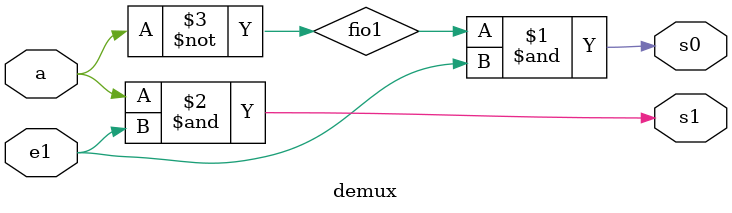
<source format=v>
module demux(e1,a,s0,s1);
	input e1,a;
	output s0,s1;
	
	wire fio1;
	
	not(fio1,a);
	and(s0,fio1,e1);
	and(s1,a,e1);
	
	
endmodule 
	
	
</source>
